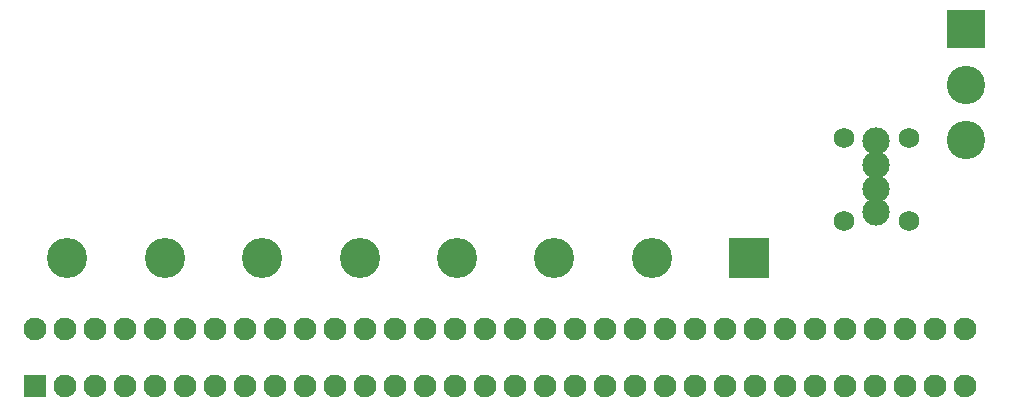
<source format=gbs>
G04 #@! TF.FileFunction,Soldermask,Bot*
%FSLAX46Y46*%
G04 Gerber Fmt 4.6, Leading zero omitted, Abs format (unit mm)*
G04 Created by KiCad (PCBNEW 4.0.7) date Sun Mar 11 13:24:21 2018*
%MOMM*%
%LPD*%
G01*
G04 APERTURE LIST*
%ADD10C,0.100000*%
%ADD11R,1.930000X1.930000*%
%ADD12C,1.930000*%
%ADD13R,3.400000X3.400000*%
%ADD14C,3.400000*%
%ADD15C,2.320000*%
%ADD16C,1.750000*%
%ADD17R,3.250000X3.250000*%
%ADD18C,3.250000*%
G04 APERTURE END LIST*
D10*
D11*
X109131100Y-107423600D03*
D12*
X111671100Y-107423600D03*
X114211100Y-107423600D03*
X116751100Y-107423600D03*
X119291100Y-107423600D03*
X121831100Y-107423600D03*
X124371100Y-107423600D03*
X126911100Y-107423600D03*
X129451100Y-107423600D03*
X131991100Y-107423600D03*
X134531100Y-107423600D03*
X137071100Y-107423600D03*
X139611100Y-107423600D03*
X142151100Y-107423600D03*
X144691100Y-107423600D03*
X147231100Y-107423600D03*
X149771100Y-107423600D03*
X152311100Y-107423600D03*
X154851100Y-107423600D03*
X157391100Y-107423600D03*
X159931100Y-107423600D03*
X162471100Y-107423600D03*
X165011100Y-107423600D03*
X167551100Y-107423600D03*
X170091100Y-107423600D03*
X172631100Y-107423600D03*
X175171100Y-107423600D03*
X177711100Y-107423600D03*
X180251100Y-107423600D03*
X182791100Y-107423600D03*
X185331100Y-107423600D03*
X187871100Y-107423600D03*
X187871100Y-102583600D03*
X185331100Y-102583600D03*
X182791100Y-102583600D03*
X180251100Y-102583600D03*
X177711100Y-102583600D03*
X175171100Y-102583600D03*
X172631100Y-102583600D03*
X170091100Y-102583600D03*
X167551100Y-102583600D03*
X165011100Y-102583600D03*
X162471100Y-102583600D03*
X159931100Y-102583600D03*
X157391100Y-102583600D03*
X154851100Y-102583600D03*
X152311100Y-102583600D03*
X149771100Y-102583600D03*
X147231100Y-102583600D03*
X144691100Y-102583600D03*
X142151100Y-102583600D03*
X139611100Y-102583600D03*
X137071100Y-102583600D03*
X134531100Y-102583600D03*
X131991100Y-102583600D03*
X129451100Y-102583600D03*
X126911100Y-102583600D03*
X124371100Y-102583600D03*
X121831100Y-102583600D03*
X119291100Y-102583600D03*
X116751100Y-102583600D03*
X114211100Y-102583600D03*
X111671100Y-102583600D03*
X109131100Y-102583600D03*
D13*
X169570000Y-96610000D03*
D14*
X161320000Y-96610000D03*
X153070000Y-96610000D03*
X144820000Y-96610000D03*
X136570000Y-96610000D03*
X128320000Y-96610000D03*
X120070000Y-96610000D03*
X111820000Y-96610000D03*
D15*
X180340000Y-92710000D03*
X180340000Y-90710000D03*
X180340000Y-88710000D03*
X180340000Y-86710000D03*
D16*
X183060000Y-93440000D03*
X183060000Y-86440000D03*
X177620000Y-93440000D03*
X177620000Y-86440000D03*
D17*
X187960000Y-77215000D03*
D18*
X187960000Y-81915000D03*
X187960000Y-86615000D03*
M02*

</source>
